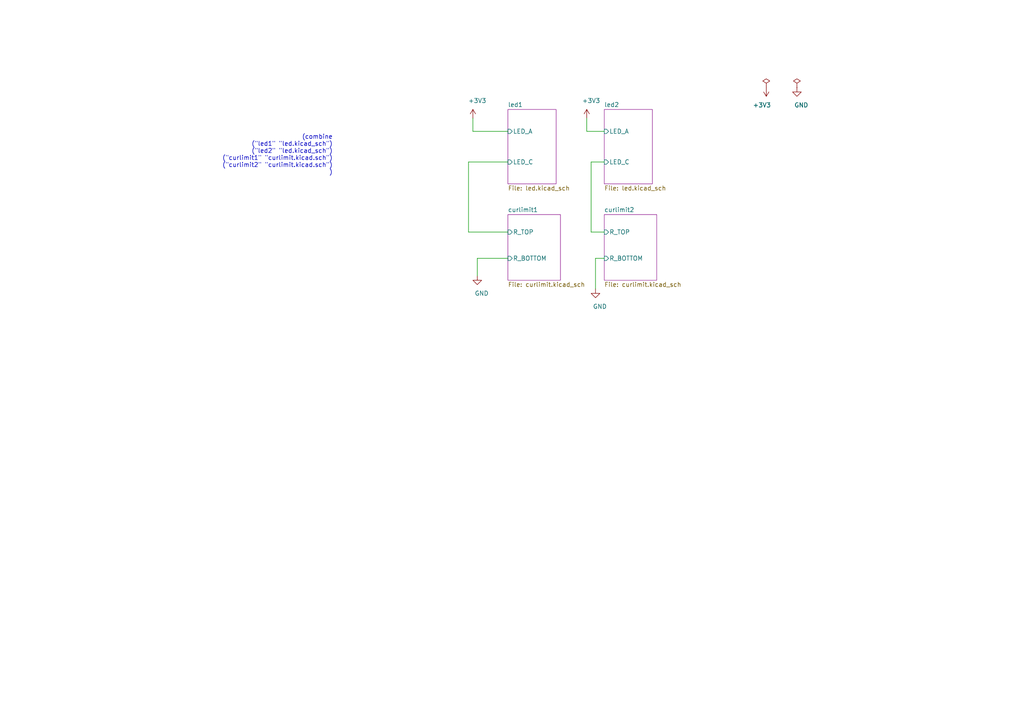
<source format=kicad_sch>
(kicad_sch (version 20201015) (generator eeschema)
  (paper "A4")
  (lib_symbols
    (symbol "power:+3V3" (power) (pin_names (offset 0))
      (property "Value" "+3V3" (at 0 3.556 0))
      (symbol "+3V3_0_1"
        (polyline (pts (xy -0.762 1.27) (xy 0 2.54)))
        (polyline (pts (xy 0 0) (xy 0 2.54)))
        (polyline (pts (xy 0 2.54) (xy 0.762 1.27)))
      )
      (symbol "+3V3_1_1"
        (pin power_in line (at 0 0 90) (length 0) hide (name "+3V3") (number "1"))
      )
    )
    (symbol "power:GND" (power) (pin_names (offset 0))
      (property "Value" "GND" (at 0 -3.81 0))
      (symbol "GND_0_1"
        (polyline (pts (xy 0 0) (xy 0 -1.27) (xy 1.27 -1.27) (xy 0 -2.54) (xy -1.27 -1.27) (xy 0 -1.27)))
      )
      (symbol "GND_1_1"
        (pin power_in line (at 0 0 270) (length 0) hide (name "GND") (number "1"))
      )
    )
    (symbol "power:PWR_FLAG" (power) (pin_numbers hide) (pin_names (offset 0) hide)
      (property "Value" "PWR_FLAG" (at 0 3.81 0))
      (symbol "PWR_FLAG_0_0"
        (pin power_out line (at 0 0 90) (length 0) (name "pwr") (number "1"))
      )
      (symbol "PWR_FLAG_0_1"
        (polyline (pts (xy 0 0) (xy 0 1.27) (xy -1.016 1.905) (xy 0 2.54) (xy 1.016 1.905) (xy 0 1.27)))
      )
    )
  )
  (wire (pts (xy 135.89 46.99) (xy 135.89 67.31)))
  (wire (pts (xy 135.89 67.31) (xy 147.32 67.31)))
  (wire (pts (xy 137.16 34.29) (xy 137.16 38.1)))
  (wire (pts (xy 137.16 38.1) (xy 147.32 38.1)))
  (wire (pts (xy 138.43 74.93) (xy 138.43 80.01)))
  (wire (pts (xy 147.32 46.99) (xy 135.89 46.99)))
  (wire (pts (xy 147.32 74.93) (xy 138.43 74.93)))
  (wire (pts (xy 170.18 34.29) (xy 170.18 38.1)))
  (wire (pts (xy 170.18 38.1) (xy 175.26 38.1)))
  (wire (pts (xy 171.45 46.99) (xy 171.45 67.31)))
  (wire (pts (xy 171.45 67.31) (xy 175.26 67.31)))
  (wire (pts (xy 172.72 74.93) (xy 172.72 83.82)))
  (wire (pts (xy 175.26 46.99) (xy 171.45 46.99)))
  (wire (pts (xy 175.26 74.93) (xy 172.72 74.93)))
  (text "(combine\n  (\"led1\" \"led.kicad_sch\")\n  (\"led2\" \"led.kicad_sch\")\n  (\"curlimit1\" \"curlimit.kicad.sch\")\n  (\"curlimit2\" \"curlimit.kicad.sch\")\n)" (at 96.52 50.8 0) (effects (font (size 1.27 1.27)) (justify right bottom)))
  (symbol (lib_id "power:PWR_FLAG") (at 222.25 25.4 0) (unit 1)
    (property "Reference" "#FLG0101" (effects hide))
    (property "Value" "PWR_FLAG" (effects hide))
  )
  (symbol (lib_id "power:PWR_FLAG") (at 231.14 25.4 0) (unit 1)
    (property "Reference" "#FLG0102" (effects hide))
    (property "Value" "PWR_FLAG" (effects hide))
  )
  (symbol (lib_id "power:+3V3") (at 137.16 34.29 0) (unit 1)
    (property "Reference" "#PWR01" (effects hide))
    (property "Value" "+3V3" (at 138.43 29.21 0))
  )
  (symbol (lib_id "power:+3V3") (at 170.18 34.29 0) (unit 1)
    (property "Reference" "#PWR03" (effects hide))
    (property "Value" "+3V3" (at 171.45 29.21 0))
  )
  (symbol (lib_id "power:+3V3") (at 222.25 25.4 180) (unit 1)
    (property "Reference" "#PWR0101" (effects hide))
    (property "Value" "+3V3" (at 220.98 30.48 0))
  )
  (symbol (lib_id "power:GND") (at 138.43 80.01 0) (unit 1)
    (property "Reference" "#PWR02" (effects hide))
    (property "Value" "GND" (at 139.7 85.09 0))
  )
  (symbol (lib_id "power:GND") (at 172.72 83.82 0) (unit 1)
    (property "Reference" "#PWR04" (effects hide))
    (property "Value" "GND" (at 173.99 88.9 0))
  )
  (symbol (lib_id "power:GND") (at 231.14 25.4 0) (unit 1)
    (property "Reference" "#PWR0102" (effects hide))
    (property "Value" "GND" (at 232.41 30.48 0))
  )
  (sheet (at 147.32 62.23) (size 15.24 19.05) (stroke (width 0.001) (color 132 0 132 1)) (fill (color 255 255 255 0.0000))
    (property "Sheet name" "curlimit1" (at 147.32 61.5941 0) (effects (justify left bottom)))
    (property "Sheet file" "curlimit.kicad_sch" (at 147.32 81.7889 0) (effects (justify left top)))
    (pin "R_TOP" input (at 147.32 67.31 180))
    (pin "R_BOTTOM" input (at 147.32 74.93 180))
  )
  (sheet (at 175.26 62.23) (size 15.24 19.05) (stroke (width 0.001) (color 132 0 132 1)) (fill (color 255 255 255 0.0000))
    (property "Sheet name" "curlimit2" (at 175.26 61.5941 0) (effects (justify left bottom)))
    (property "Sheet file" "curlimit.kicad_sch" (at 175.26 81.7889 0) (effects (justify left top)))
    (pin "R_TOP" input (at 175.26 67.31 180))
    (pin "R_BOTTOM" input (at 175.26 74.93 180))
  )
  (sheet (at 147.32 31.75) (size 13.97 21.59) (stroke (width 0.001) (color 132 0 132 1)) (fill (color 255 255 255 0.0000))
    (property "Sheet name" "led1" (at 147.32 31.1141 0) (effects (justify left bottom)))
    (property "Sheet file" "led.kicad_sch" (at 147.32 53.8489 0) (effects (justify left top)))
    (pin "LED_A" input (at 147.32 38.1 180))
    (pin "LED_C" input (at 147.32 46.99 180))
  )
  (sheet (at 175.26 31.75) (size 13.97 21.59) (stroke (width 0.001) (color 132 0 132 1)) (fill (color 255 255 255 0.0000))
    (property "Sheet name" "led2" (at 175.26 31.1141 0) (effects (justify left bottom)))
    (property "Sheet file" "led.kicad_sch" (at 175.26 53.8489 0) (effects (justify left top)))
    (pin "LED_A" input (at 175.26 38.1 180))
    (pin "LED_C" input (at 175.26 46.99 180))
  )
)
</source>
